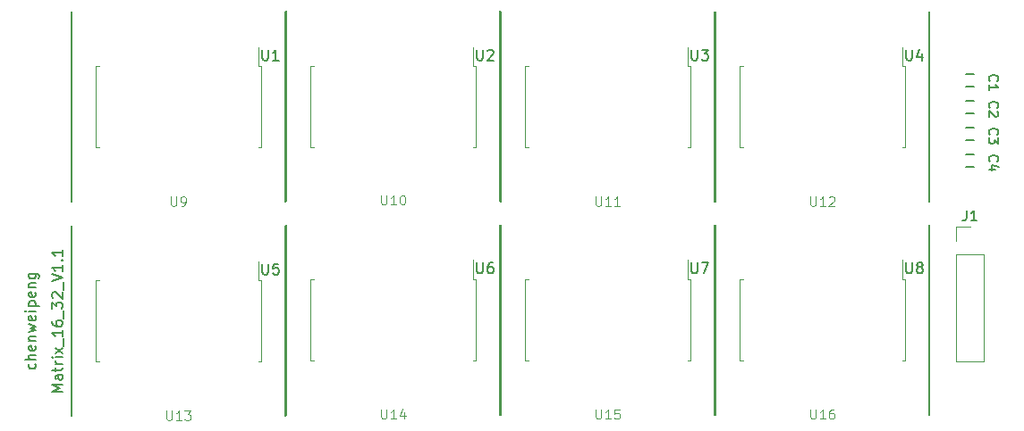
<source format=gbr>
G04 #@! TF.GenerationSoftware,KiCad,Pcbnew,(5.1.9)-1*
G04 #@! TF.CreationDate,2022-02-28T19:05:45+08:00*
G04 #@! TF.ProjectId,matrix_display16_32,6d617472-6978-45f6-9469-73706c617931,rev?*
G04 #@! TF.SameCoordinates,Original*
G04 #@! TF.FileFunction,Legend,Top*
G04 #@! TF.FilePolarity,Positive*
%FSLAX46Y46*%
G04 Gerber Fmt 4.6, Leading zero omitted, Abs format (unit mm)*
G04 Created by KiCad (PCBNEW (5.1.9)-1) date 2022-02-28 19:05:45*
%MOMM*%
%LPD*%
G01*
G04 APERTURE LIST*
%ADD10C,0.150000*%
%ADD11C,0.120000*%
G04 APERTURE END LIST*
D10*
X100782380Y-123530476D02*
X99782380Y-123530476D01*
X100496666Y-123197142D01*
X99782380Y-122863809D01*
X100782380Y-122863809D01*
X100782380Y-121959047D02*
X100258571Y-121959047D01*
X100163333Y-122006666D01*
X100115714Y-122101904D01*
X100115714Y-122292380D01*
X100163333Y-122387619D01*
X100734761Y-121959047D02*
X100782380Y-122054285D01*
X100782380Y-122292380D01*
X100734761Y-122387619D01*
X100639523Y-122435238D01*
X100544285Y-122435238D01*
X100449047Y-122387619D01*
X100401428Y-122292380D01*
X100401428Y-122054285D01*
X100353809Y-121959047D01*
X100115714Y-121625714D02*
X100115714Y-121244761D01*
X99782380Y-121482857D02*
X100639523Y-121482857D01*
X100734761Y-121435238D01*
X100782380Y-121340000D01*
X100782380Y-121244761D01*
X100782380Y-120911428D02*
X100115714Y-120911428D01*
X100306190Y-120911428D02*
X100210952Y-120863809D01*
X100163333Y-120816190D01*
X100115714Y-120720952D01*
X100115714Y-120625714D01*
X100782380Y-120292380D02*
X100115714Y-120292380D01*
X99782380Y-120292380D02*
X99830000Y-120340000D01*
X99877619Y-120292380D01*
X99830000Y-120244761D01*
X99782380Y-120292380D01*
X99877619Y-120292380D01*
X100782380Y-119911428D02*
X100115714Y-119387619D01*
X100115714Y-119911428D02*
X100782380Y-119387619D01*
X100877619Y-119244761D02*
X100877619Y-118482857D01*
X100782380Y-117720952D02*
X100782380Y-118292380D01*
X100782380Y-118006666D02*
X99782380Y-118006666D01*
X99925238Y-118101904D01*
X100020476Y-118197142D01*
X100068095Y-118292380D01*
X99782380Y-116863809D02*
X99782380Y-117054285D01*
X99830000Y-117149523D01*
X99877619Y-117197142D01*
X100020476Y-117292380D01*
X100210952Y-117340000D01*
X100591904Y-117340000D01*
X100687142Y-117292380D01*
X100734761Y-117244761D01*
X100782380Y-117149523D01*
X100782380Y-116959047D01*
X100734761Y-116863809D01*
X100687142Y-116816190D01*
X100591904Y-116768571D01*
X100353809Y-116768571D01*
X100258571Y-116816190D01*
X100210952Y-116863809D01*
X100163333Y-116959047D01*
X100163333Y-117149523D01*
X100210952Y-117244761D01*
X100258571Y-117292380D01*
X100353809Y-117340000D01*
X100877619Y-116578095D02*
X100877619Y-115816190D01*
X99782380Y-115673333D02*
X99782380Y-115054285D01*
X100163333Y-115387619D01*
X100163333Y-115244761D01*
X100210952Y-115149523D01*
X100258571Y-115101904D01*
X100353809Y-115054285D01*
X100591904Y-115054285D01*
X100687142Y-115101904D01*
X100734761Y-115149523D01*
X100782380Y-115244761D01*
X100782380Y-115530476D01*
X100734761Y-115625714D01*
X100687142Y-115673333D01*
X99877619Y-114673333D02*
X99830000Y-114625714D01*
X99782380Y-114530476D01*
X99782380Y-114292380D01*
X99830000Y-114197142D01*
X99877619Y-114149523D01*
X99972857Y-114101904D01*
X100068095Y-114101904D01*
X100210952Y-114149523D01*
X100782380Y-114720952D01*
X100782380Y-114101904D01*
X100877619Y-113911428D02*
X100877619Y-113149523D01*
X99782380Y-113054285D02*
X100782380Y-112720952D01*
X99782380Y-112387619D01*
X100782380Y-111530476D02*
X100782380Y-112101904D01*
X100782380Y-111816190D02*
X99782380Y-111816190D01*
X99925238Y-111911428D01*
X100020476Y-112006666D01*
X100068095Y-112101904D01*
X100687142Y-111101904D02*
X100734761Y-111054285D01*
X100782380Y-111101904D01*
X100734761Y-111149523D01*
X100687142Y-111101904D01*
X100782380Y-111101904D01*
X100782380Y-110101904D02*
X100782380Y-110673333D01*
X100782380Y-110387619D02*
X99782380Y-110387619D01*
X99925238Y-110482857D01*
X100020476Y-110578095D01*
X100068095Y-110673333D01*
X98194761Y-120911428D02*
X98242380Y-121006666D01*
X98242380Y-121197142D01*
X98194761Y-121292380D01*
X98147142Y-121340000D01*
X98051904Y-121387619D01*
X97766190Y-121387619D01*
X97670952Y-121340000D01*
X97623333Y-121292380D01*
X97575714Y-121197142D01*
X97575714Y-121006666D01*
X97623333Y-120911428D01*
X98242380Y-120482857D02*
X97242380Y-120482857D01*
X98242380Y-120054285D02*
X97718571Y-120054285D01*
X97623333Y-120101904D01*
X97575714Y-120197142D01*
X97575714Y-120340000D01*
X97623333Y-120435238D01*
X97670952Y-120482857D01*
X98194761Y-119197142D02*
X98242380Y-119292380D01*
X98242380Y-119482857D01*
X98194761Y-119578095D01*
X98099523Y-119625714D01*
X97718571Y-119625714D01*
X97623333Y-119578095D01*
X97575714Y-119482857D01*
X97575714Y-119292380D01*
X97623333Y-119197142D01*
X97718571Y-119149523D01*
X97813809Y-119149523D01*
X97909047Y-119625714D01*
X97575714Y-118720952D02*
X98242380Y-118720952D01*
X97670952Y-118720952D02*
X97623333Y-118673333D01*
X97575714Y-118578095D01*
X97575714Y-118435238D01*
X97623333Y-118340000D01*
X97718571Y-118292380D01*
X98242380Y-118292380D01*
X97575714Y-117911428D02*
X98242380Y-117720952D01*
X97766190Y-117530476D01*
X98242380Y-117340000D01*
X97575714Y-117149523D01*
X98194761Y-116387619D02*
X98242380Y-116482857D01*
X98242380Y-116673333D01*
X98194761Y-116768571D01*
X98099523Y-116816190D01*
X97718571Y-116816190D01*
X97623333Y-116768571D01*
X97575714Y-116673333D01*
X97575714Y-116482857D01*
X97623333Y-116387619D01*
X97718571Y-116340000D01*
X97813809Y-116340000D01*
X97909047Y-116816190D01*
X98242380Y-115911428D02*
X97575714Y-115911428D01*
X97242380Y-115911428D02*
X97290000Y-115959047D01*
X97337619Y-115911428D01*
X97290000Y-115863809D01*
X97242380Y-115911428D01*
X97337619Y-115911428D01*
X97575714Y-115435238D02*
X98575714Y-115435238D01*
X97623333Y-115435238D02*
X97575714Y-115340000D01*
X97575714Y-115149523D01*
X97623333Y-115054285D01*
X97670952Y-115006666D01*
X97766190Y-114959047D01*
X98051904Y-114959047D01*
X98147142Y-115006666D01*
X98194761Y-115054285D01*
X98242380Y-115149523D01*
X98242380Y-115340000D01*
X98194761Y-115435238D01*
X98194761Y-114149523D02*
X98242380Y-114244761D01*
X98242380Y-114435238D01*
X98194761Y-114530476D01*
X98099523Y-114578095D01*
X97718571Y-114578095D01*
X97623333Y-114530476D01*
X97575714Y-114435238D01*
X97575714Y-114244761D01*
X97623333Y-114149523D01*
X97718571Y-114101904D01*
X97813809Y-114101904D01*
X97909047Y-114578095D01*
X97575714Y-113673333D02*
X98242380Y-113673333D01*
X97670952Y-113673333D02*
X97623333Y-113625714D01*
X97575714Y-113530476D01*
X97575714Y-113387619D01*
X97623333Y-113292380D01*
X97718571Y-113244761D01*
X98242380Y-113244761D01*
X97575714Y-112340000D02*
X98385238Y-112340000D01*
X98480476Y-112387619D01*
X98528095Y-112435238D01*
X98575714Y-112530476D01*
X98575714Y-112673333D01*
X98528095Y-112768571D01*
X98194761Y-112340000D02*
X98242380Y-112435238D01*
X98242380Y-112625714D01*
X98194761Y-112720952D01*
X98147142Y-112768571D01*
X98051904Y-112816190D01*
X97766190Y-112816190D01*
X97670952Y-112768571D01*
X97623333Y-112720952D01*
X97575714Y-112625714D01*
X97575714Y-112435238D01*
X97623333Y-112340000D01*
D11*
X164910000Y-96520000D02*
X164910000Y-100380000D01*
X164910000Y-100380000D02*
X165175000Y-100380000D01*
X164910000Y-96520000D02*
X164910000Y-92660000D01*
X164910000Y-92660000D02*
X165175000Y-92660000D01*
X180530000Y-96520000D02*
X180530000Y-100380000D01*
X180530000Y-100380000D02*
X180265000Y-100380000D01*
X180530000Y-96520000D02*
X180530000Y-92660000D01*
X180530000Y-92660000D02*
X180265000Y-92660000D01*
X180265000Y-92660000D02*
X180265000Y-90845000D01*
D10*
X121860000Y-125840000D02*
X121860000Y-107840000D01*
X101660000Y-125840000D02*
X101660000Y-107840000D01*
X182820000Y-125720000D02*
X182820000Y-107720000D01*
X162620000Y-125720000D02*
X162620000Y-107720000D01*
X162500000Y-105520000D02*
X162500000Y-87520000D01*
X142300000Y-105520000D02*
X142300000Y-87520000D01*
X182820000Y-105520000D02*
X182820000Y-87520000D01*
X162620000Y-105520000D02*
X162620000Y-87520000D01*
X142180000Y-105400000D02*
X142180000Y-87400000D01*
X121980000Y-105400000D02*
X121980000Y-87400000D01*
D11*
X144590000Y-116720000D02*
X144590000Y-120580000D01*
X144590000Y-120580000D02*
X144855000Y-120580000D01*
X144590000Y-116720000D02*
X144590000Y-112860000D01*
X144590000Y-112860000D02*
X144855000Y-112860000D01*
X160210000Y-116720000D02*
X160210000Y-120580000D01*
X160210000Y-120580000D02*
X159945000Y-120580000D01*
X160210000Y-116720000D02*
X160210000Y-112860000D01*
X160210000Y-112860000D02*
X159945000Y-112860000D01*
X159945000Y-112860000D02*
X159945000Y-111045000D01*
D10*
X162500000Y-125720000D02*
X162500000Y-107720000D01*
X142300000Y-125720000D02*
X142300000Y-107720000D01*
X142180000Y-125720000D02*
X142180000Y-107720000D01*
X121980000Y-125720000D02*
X121980000Y-107720000D01*
X121860000Y-105520000D02*
X121860000Y-87520000D01*
X101660000Y-105520000D02*
X101660000Y-87520000D01*
D11*
X164910000Y-116720000D02*
X164910000Y-120580000D01*
X164910000Y-120580000D02*
X165175000Y-120580000D01*
X164910000Y-116720000D02*
X164910000Y-112860000D01*
X164910000Y-112860000D02*
X165175000Y-112860000D01*
X180530000Y-116720000D02*
X180530000Y-120580000D01*
X180530000Y-120580000D02*
X180265000Y-120580000D01*
X180530000Y-116720000D02*
X180530000Y-112860000D01*
X180530000Y-112860000D02*
X180265000Y-112860000D01*
X180265000Y-112860000D02*
X180265000Y-111045000D01*
X124270000Y-116720000D02*
X124270000Y-120580000D01*
X124270000Y-120580000D02*
X124535000Y-120580000D01*
X124270000Y-116720000D02*
X124270000Y-112860000D01*
X124270000Y-112860000D02*
X124535000Y-112860000D01*
X139890000Y-116720000D02*
X139890000Y-120580000D01*
X139890000Y-120580000D02*
X139625000Y-120580000D01*
X139890000Y-116720000D02*
X139890000Y-112860000D01*
X139890000Y-112860000D02*
X139625000Y-112860000D01*
X139625000Y-112860000D02*
X139625000Y-111045000D01*
X103950000Y-116840000D02*
X103950000Y-120700000D01*
X103950000Y-120700000D02*
X104215000Y-120700000D01*
X103950000Y-116840000D02*
X103950000Y-112980000D01*
X103950000Y-112980000D02*
X104215000Y-112980000D01*
X119570000Y-116840000D02*
X119570000Y-120700000D01*
X119570000Y-120700000D02*
X119305000Y-120700000D01*
X119570000Y-116840000D02*
X119570000Y-112980000D01*
X119570000Y-112980000D02*
X119305000Y-112980000D01*
X119305000Y-112980000D02*
X119305000Y-111165000D01*
X144590000Y-96520000D02*
X144590000Y-100380000D01*
X144590000Y-100380000D02*
X144855000Y-100380000D01*
X144590000Y-96520000D02*
X144590000Y-92660000D01*
X144590000Y-92660000D02*
X144855000Y-92660000D01*
X160210000Y-96520000D02*
X160210000Y-100380000D01*
X160210000Y-100380000D02*
X159945000Y-100380000D01*
X160210000Y-96520000D02*
X160210000Y-92660000D01*
X160210000Y-92660000D02*
X159945000Y-92660000D01*
X159945000Y-92660000D02*
X159945000Y-90845000D01*
X124270000Y-96520000D02*
X124270000Y-100380000D01*
X124270000Y-100380000D02*
X124535000Y-100380000D01*
X124270000Y-96520000D02*
X124270000Y-92660000D01*
X124270000Y-92660000D02*
X124535000Y-92660000D01*
X139890000Y-96520000D02*
X139890000Y-100380000D01*
X139890000Y-100380000D02*
X139625000Y-100380000D01*
X139890000Y-96520000D02*
X139890000Y-92660000D01*
X139890000Y-92660000D02*
X139625000Y-92660000D01*
X139625000Y-92660000D02*
X139625000Y-90845000D01*
X103950000Y-96520000D02*
X103950000Y-100380000D01*
X103950000Y-100380000D02*
X104215000Y-100380000D01*
X103950000Y-96520000D02*
X103950000Y-92660000D01*
X103950000Y-92660000D02*
X104215000Y-92660000D01*
X119570000Y-96520000D02*
X119570000Y-100380000D01*
X119570000Y-100380000D02*
X119305000Y-100380000D01*
X119570000Y-96520000D02*
X119570000Y-92660000D01*
X119570000Y-92660000D02*
X119305000Y-92660000D01*
X119305000Y-92660000D02*
X119305000Y-90845000D01*
D10*
X187040000Y-102200000D02*
X186340000Y-102200000D01*
X186340000Y-101000000D02*
X187040000Y-101000000D01*
X187040000Y-99660000D02*
X186340000Y-99660000D01*
X186340000Y-98460000D02*
X187040000Y-98460000D01*
X187040000Y-97120000D02*
X186340000Y-97120000D01*
X186340000Y-95920000D02*
X187040000Y-95920000D01*
X187040000Y-94580000D02*
X186340000Y-94580000D01*
X186340000Y-93380000D02*
X187040000Y-93380000D01*
D11*
X185360000Y-107890000D02*
X186690000Y-107890000D01*
X185360000Y-109220000D02*
X185360000Y-107890000D01*
X185360000Y-110490000D02*
X188020000Y-110490000D01*
X188020000Y-110490000D02*
X188020000Y-120710000D01*
X185360000Y-110490000D02*
X185360000Y-120710000D01*
X185360000Y-120710000D02*
X188020000Y-120710000D01*
D10*
X180648095Y-91112380D02*
X180648095Y-91921904D01*
X180695714Y-92017142D01*
X180743333Y-92064761D01*
X180838571Y-92112380D01*
X181029047Y-92112380D01*
X181124285Y-92064761D01*
X181171904Y-92017142D01*
X181219523Y-91921904D01*
X181219523Y-91112380D01*
X182124285Y-91445714D02*
X182124285Y-92112380D01*
X181886190Y-91064761D02*
X181648095Y-91779047D01*
X182267142Y-91779047D01*
D11*
X110625714Y-125347142D02*
X110625714Y-126075714D01*
X110668571Y-126161428D01*
X110711428Y-126204285D01*
X110797142Y-126247142D01*
X110968571Y-126247142D01*
X111054285Y-126204285D01*
X111097142Y-126161428D01*
X111140000Y-126075714D01*
X111140000Y-125347142D01*
X112040000Y-126247142D02*
X111525714Y-126247142D01*
X111782857Y-126247142D02*
X111782857Y-125347142D01*
X111697142Y-125475714D01*
X111611428Y-125561428D01*
X111525714Y-125604285D01*
X112340000Y-125347142D02*
X112897142Y-125347142D01*
X112597142Y-125690000D01*
X112725714Y-125690000D01*
X112811428Y-125732857D01*
X112854285Y-125775714D01*
X112897142Y-125861428D01*
X112897142Y-126075714D01*
X112854285Y-126161428D01*
X112811428Y-126204285D01*
X112725714Y-126247142D01*
X112468571Y-126247142D01*
X112382857Y-126204285D01*
X112340000Y-126161428D01*
X171585714Y-125227142D02*
X171585714Y-125955714D01*
X171628571Y-126041428D01*
X171671428Y-126084285D01*
X171757142Y-126127142D01*
X171928571Y-126127142D01*
X172014285Y-126084285D01*
X172057142Y-126041428D01*
X172100000Y-125955714D01*
X172100000Y-125227142D01*
X173000000Y-126127142D02*
X172485714Y-126127142D01*
X172742857Y-126127142D02*
X172742857Y-125227142D01*
X172657142Y-125355714D01*
X172571428Y-125441428D01*
X172485714Y-125484285D01*
X173771428Y-125227142D02*
X173600000Y-125227142D01*
X173514285Y-125270000D01*
X173471428Y-125312857D01*
X173385714Y-125441428D01*
X173342857Y-125612857D01*
X173342857Y-125955714D01*
X173385714Y-126041428D01*
X173428571Y-126084285D01*
X173514285Y-126127142D01*
X173685714Y-126127142D01*
X173771428Y-126084285D01*
X173814285Y-126041428D01*
X173857142Y-125955714D01*
X173857142Y-125741428D01*
X173814285Y-125655714D01*
X173771428Y-125612857D01*
X173685714Y-125570000D01*
X173514285Y-125570000D01*
X173428571Y-125612857D01*
X173385714Y-125655714D01*
X173342857Y-125741428D01*
X151265714Y-105027142D02*
X151265714Y-105755714D01*
X151308571Y-105841428D01*
X151351428Y-105884285D01*
X151437142Y-105927142D01*
X151608571Y-105927142D01*
X151694285Y-105884285D01*
X151737142Y-105841428D01*
X151780000Y-105755714D01*
X151780000Y-105027142D01*
X152680000Y-105927142D02*
X152165714Y-105927142D01*
X152422857Y-105927142D02*
X152422857Y-105027142D01*
X152337142Y-105155714D01*
X152251428Y-105241428D01*
X152165714Y-105284285D01*
X153537142Y-105927142D02*
X153022857Y-105927142D01*
X153280000Y-105927142D02*
X153280000Y-105027142D01*
X153194285Y-105155714D01*
X153108571Y-105241428D01*
X153022857Y-105284285D01*
X171585714Y-105027142D02*
X171585714Y-105755714D01*
X171628571Y-105841428D01*
X171671428Y-105884285D01*
X171757142Y-105927142D01*
X171928571Y-105927142D01*
X172014285Y-105884285D01*
X172057142Y-105841428D01*
X172100000Y-105755714D01*
X172100000Y-105027142D01*
X173000000Y-105927142D02*
X172485714Y-105927142D01*
X172742857Y-105927142D02*
X172742857Y-105027142D01*
X172657142Y-105155714D01*
X172571428Y-105241428D01*
X172485714Y-105284285D01*
X173342857Y-105112857D02*
X173385714Y-105070000D01*
X173471428Y-105027142D01*
X173685714Y-105027142D01*
X173771428Y-105070000D01*
X173814285Y-105112857D01*
X173857142Y-105198571D01*
X173857142Y-105284285D01*
X173814285Y-105412857D01*
X173300000Y-105927142D01*
X173857142Y-105927142D01*
X130945714Y-104907142D02*
X130945714Y-105635714D01*
X130988571Y-105721428D01*
X131031428Y-105764285D01*
X131117142Y-105807142D01*
X131288571Y-105807142D01*
X131374285Y-105764285D01*
X131417142Y-105721428D01*
X131460000Y-105635714D01*
X131460000Y-104907142D01*
X132360000Y-105807142D02*
X131845714Y-105807142D01*
X132102857Y-105807142D02*
X132102857Y-104907142D01*
X132017142Y-105035714D01*
X131931428Y-105121428D01*
X131845714Y-105164285D01*
X132917142Y-104907142D02*
X133002857Y-104907142D01*
X133088571Y-104950000D01*
X133131428Y-104992857D01*
X133174285Y-105078571D01*
X133217142Y-105250000D01*
X133217142Y-105464285D01*
X133174285Y-105635714D01*
X133131428Y-105721428D01*
X133088571Y-105764285D01*
X133002857Y-105807142D01*
X132917142Y-105807142D01*
X132831428Y-105764285D01*
X132788571Y-105721428D01*
X132745714Y-105635714D01*
X132702857Y-105464285D01*
X132702857Y-105250000D01*
X132745714Y-105078571D01*
X132788571Y-104992857D01*
X132831428Y-104950000D01*
X132917142Y-104907142D01*
D10*
X160328095Y-111312380D02*
X160328095Y-112121904D01*
X160375714Y-112217142D01*
X160423333Y-112264761D01*
X160518571Y-112312380D01*
X160709047Y-112312380D01*
X160804285Y-112264761D01*
X160851904Y-112217142D01*
X160899523Y-112121904D01*
X160899523Y-111312380D01*
X161280476Y-111312380D02*
X161947142Y-111312380D01*
X161518571Y-112312380D01*
D11*
X151265714Y-125227142D02*
X151265714Y-125955714D01*
X151308571Y-126041428D01*
X151351428Y-126084285D01*
X151437142Y-126127142D01*
X151608571Y-126127142D01*
X151694285Y-126084285D01*
X151737142Y-126041428D01*
X151780000Y-125955714D01*
X151780000Y-125227142D01*
X152680000Y-126127142D02*
X152165714Y-126127142D01*
X152422857Y-126127142D02*
X152422857Y-125227142D01*
X152337142Y-125355714D01*
X152251428Y-125441428D01*
X152165714Y-125484285D01*
X153494285Y-125227142D02*
X153065714Y-125227142D01*
X153022857Y-125655714D01*
X153065714Y-125612857D01*
X153151428Y-125570000D01*
X153365714Y-125570000D01*
X153451428Y-125612857D01*
X153494285Y-125655714D01*
X153537142Y-125741428D01*
X153537142Y-125955714D01*
X153494285Y-126041428D01*
X153451428Y-126084285D01*
X153365714Y-126127142D01*
X153151428Y-126127142D01*
X153065714Y-126084285D01*
X153022857Y-126041428D01*
X130945714Y-125227142D02*
X130945714Y-125955714D01*
X130988571Y-126041428D01*
X131031428Y-126084285D01*
X131117142Y-126127142D01*
X131288571Y-126127142D01*
X131374285Y-126084285D01*
X131417142Y-126041428D01*
X131460000Y-125955714D01*
X131460000Y-125227142D01*
X132360000Y-126127142D02*
X131845714Y-126127142D01*
X132102857Y-126127142D02*
X132102857Y-125227142D01*
X132017142Y-125355714D01*
X131931428Y-125441428D01*
X131845714Y-125484285D01*
X133131428Y-125527142D02*
X133131428Y-126127142D01*
X132917142Y-125184285D02*
X132702857Y-125827142D01*
X133260000Y-125827142D01*
X111054285Y-105027142D02*
X111054285Y-105755714D01*
X111097142Y-105841428D01*
X111140000Y-105884285D01*
X111225714Y-105927142D01*
X111397142Y-105927142D01*
X111482857Y-105884285D01*
X111525714Y-105841428D01*
X111568571Y-105755714D01*
X111568571Y-105027142D01*
X112040000Y-105927142D02*
X112211428Y-105927142D01*
X112297142Y-105884285D01*
X112340000Y-105841428D01*
X112425714Y-105712857D01*
X112468571Y-105541428D01*
X112468571Y-105198571D01*
X112425714Y-105112857D01*
X112382857Y-105070000D01*
X112297142Y-105027142D01*
X112125714Y-105027142D01*
X112040000Y-105070000D01*
X111997142Y-105112857D01*
X111954285Y-105198571D01*
X111954285Y-105412857D01*
X111997142Y-105498571D01*
X112040000Y-105541428D01*
X112125714Y-105584285D01*
X112297142Y-105584285D01*
X112382857Y-105541428D01*
X112425714Y-105498571D01*
X112468571Y-105412857D01*
D10*
X180648095Y-111312380D02*
X180648095Y-112121904D01*
X180695714Y-112217142D01*
X180743333Y-112264761D01*
X180838571Y-112312380D01*
X181029047Y-112312380D01*
X181124285Y-112264761D01*
X181171904Y-112217142D01*
X181219523Y-112121904D01*
X181219523Y-111312380D01*
X181838571Y-111740952D02*
X181743333Y-111693333D01*
X181695714Y-111645714D01*
X181648095Y-111550476D01*
X181648095Y-111502857D01*
X181695714Y-111407619D01*
X181743333Y-111360000D01*
X181838571Y-111312380D01*
X182029047Y-111312380D01*
X182124285Y-111360000D01*
X182171904Y-111407619D01*
X182219523Y-111502857D01*
X182219523Y-111550476D01*
X182171904Y-111645714D01*
X182124285Y-111693333D01*
X182029047Y-111740952D01*
X181838571Y-111740952D01*
X181743333Y-111788571D01*
X181695714Y-111836190D01*
X181648095Y-111931428D01*
X181648095Y-112121904D01*
X181695714Y-112217142D01*
X181743333Y-112264761D01*
X181838571Y-112312380D01*
X182029047Y-112312380D01*
X182124285Y-112264761D01*
X182171904Y-112217142D01*
X182219523Y-112121904D01*
X182219523Y-111931428D01*
X182171904Y-111836190D01*
X182124285Y-111788571D01*
X182029047Y-111740952D01*
X140008095Y-111312380D02*
X140008095Y-112121904D01*
X140055714Y-112217142D01*
X140103333Y-112264761D01*
X140198571Y-112312380D01*
X140389047Y-112312380D01*
X140484285Y-112264761D01*
X140531904Y-112217142D01*
X140579523Y-112121904D01*
X140579523Y-111312380D01*
X141484285Y-111312380D02*
X141293809Y-111312380D01*
X141198571Y-111360000D01*
X141150952Y-111407619D01*
X141055714Y-111550476D01*
X141008095Y-111740952D01*
X141008095Y-112121904D01*
X141055714Y-112217142D01*
X141103333Y-112264761D01*
X141198571Y-112312380D01*
X141389047Y-112312380D01*
X141484285Y-112264761D01*
X141531904Y-112217142D01*
X141579523Y-112121904D01*
X141579523Y-111883809D01*
X141531904Y-111788571D01*
X141484285Y-111740952D01*
X141389047Y-111693333D01*
X141198571Y-111693333D01*
X141103333Y-111740952D01*
X141055714Y-111788571D01*
X141008095Y-111883809D01*
X119688095Y-111432380D02*
X119688095Y-112241904D01*
X119735714Y-112337142D01*
X119783333Y-112384761D01*
X119878571Y-112432380D01*
X120069047Y-112432380D01*
X120164285Y-112384761D01*
X120211904Y-112337142D01*
X120259523Y-112241904D01*
X120259523Y-111432380D01*
X121211904Y-111432380D02*
X120735714Y-111432380D01*
X120688095Y-111908571D01*
X120735714Y-111860952D01*
X120830952Y-111813333D01*
X121069047Y-111813333D01*
X121164285Y-111860952D01*
X121211904Y-111908571D01*
X121259523Y-112003809D01*
X121259523Y-112241904D01*
X121211904Y-112337142D01*
X121164285Y-112384761D01*
X121069047Y-112432380D01*
X120830952Y-112432380D01*
X120735714Y-112384761D01*
X120688095Y-112337142D01*
X160328095Y-91112380D02*
X160328095Y-91921904D01*
X160375714Y-92017142D01*
X160423333Y-92064761D01*
X160518571Y-92112380D01*
X160709047Y-92112380D01*
X160804285Y-92064761D01*
X160851904Y-92017142D01*
X160899523Y-91921904D01*
X160899523Y-91112380D01*
X161280476Y-91112380D02*
X161899523Y-91112380D01*
X161566190Y-91493333D01*
X161709047Y-91493333D01*
X161804285Y-91540952D01*
X161851904Y-91588571D01*
X161899523Y-91683809D01*
X161899523Y-91921904D01*
X161851904Y-92017142D01*
X161804285Y-92064761D01*
X161709047Y-92112380D01*
X161423333Y-92112380D01*
X161328095Y-92064761D01*
X161280476Y-92017142D01*
X140008095Y-91112380D02*
X140008095Y-91921904D01*
X140055714Y-92017142D01*
X140103333Y-92064761D01*
X140198571Y-92112380D01*
X140389047Y-92112380D01*
X140484285Y-92064761D01*
X140531904Y-92017142D01*
X140579523Y-91921904D01*
X140579523Y-91112380D01*
X141008095Y-91207619D02*
X141055714Y-91160000D01*
X141150952Y-91112380D01*
X141389047Y-91112380D01*
X141484285Y-91160000D01*
X141531904Y-91207619D01*
X141579523Y-91302857D01*
X141579523Y-91398095D01*
X141531904Y-91540952D01*
X140960476Y-92112380D01*
X141579523Y-92112380D01*
X119688095Y-91112380D02*
X119688095Y-91921904D01*
X119735714Y-92017142D01*
X119783333Y-92064761D01*
X119878571Y-92112380D01*
X120069047Y-92112380D01*
X120164285Y-92064761D01*
X120211904Y-92017142D01*
X120259523Y-91921904D01*
X120259523Y-91112380D01*
X121259523Y-92112380D02*
X120688095Y-92112380D01*
X120973809Y-92112380D02*
X120973809Y-91112380D01*
X120878571Y-91255238D01*
X120783333Y-91350476D01*
X120688095Y-91398095D01*
X188568571Y-101700000D02*
X188525714Y-101657142D01*
X188482857Y-101528571D01*
X188482857Y-101442857D01*
X188525714Y-101314285D01*
X188611428Y-101228571D01*
X188697142Y-101185714D01*
X188868571Y-101142857D01*
X188997142Y-101142857D01*
X189168571Y-101185714D01*
X189254285Y-101228571D01*
X189340000Y-101314285D01*
X189382857Y-101442857D01*
X189382857Y-101528571D01*
X189340000Y-101657142D01*
X189297142Y-101700000D01*
X189082857Y-102471428D02*
X188482857Y-102471428D01*
X189425714Y-102257142D02*
X188782857Y-102042857D01*
X188782857Y-102600000D01*
X188568571Y-99160000D02*
X188525714Y-99117142D01*
X188482857Y-98988571D01*
X188482857Y-98902857D01*
X188525714Y-98774285D01*
X188611428Y-98688571D01*
X188697142Y-98645714D01*
X188868571Y-98602857D01*
X188997142Y-98602857D01*
X189168571Y-98645714D01*
X189254285Y-98688571D01*
X189340000Y-98774285D01*
X189382857Y-98902857D01*
X189382857Y-98988571D01*
X189340000Y-99117142D01*
X189297142Y-99160000D01*
X189382857Y-99460000D02*
X189382857Y-100017142D01*
X189040000Y-99717142D01*
X189040000Y-99845714D01*
X188997142Y-99931428D01*
X188954285Y-99974285D01*
X188868571Y-100017142D01*
X188654285Y-100017142D01*
X188568571Y-99974285D01*
X188525714Y-99931428D01*
X188482857Y-99845714D01*
X188482857Y-99588571D01*
X188525714Y-99502857D01*
X188568571Y-99460000D01*
X188568571Y-96620000D02*
X188525714Y-96577142D01*
X188482857Y-96448571D01*
X188482857Y-96362857D01*
X188525714Y-96234285D01*
X188611428Y-96148571D01*
X188697142Y-96105714D01*
X188868571Y-96062857D01*
X188997142Y-96062857D01*
X189168571Y-96105714D01*
X189254285Y-96148571D01*
X189340000Y-96234285D01*
X189382857Y-96362857D01*
X189382857Y-96448571D01*
X189340000Y-96577142D01*
X189297142Y-96620000D01*
X189297142Y-96962857D02*
X189340000Y-97005714D01*
X189382857Y-97091428D01*
X189382857Y-97305714D01*
X189340000Y-97391428D01*
X189297142Y-97434285D01*
X189211428Y-97477142D01*
X189125714Y-97477142D01*
X188997142Y-97434285D01*
X188482857Y-96920000D01*
X188482857Y-97477142D01*
X188568571Y-94080000D02*
X188525714Y-94037142D01*
X188482857Y-93908571D01*
X188482857Y-93822857D01*
X188525714Y-93694285D01*
X188611428Y-93608571D01*
X188697142Y-93565714D01*
X188868571Y-93522857D01*
X188997142Y-93522857D01*
X189168571Y-93565714D01*
X189254285Y-93608571D01*
X189340000Y-93694285D01*
X189382857Y-93822857D01*
X189382857Y-93908571D01*
X189340000Y-94037142D01*
X189297142Y-94080000D01*
X188482857Y-94937142D02*
X188482857Y-94422857D01*
X188482857Y-94680000D02*
X189382857Y-94680000D01*
X189254285Y-94594285D01*
X189168571Y-94508571D01*
X189125714Y-94422857D01*
X186356666Y-106342380D02*
X186356666Y-107056666D01*
X186309047Y-107199523D01*
X186213809Y-107294761D01*
X186070952Y-107342380D01*
X185975714Y-107342380D01*
X187356666Y-107342380D02*
X186785238Y-107342380D01*
X187070952Y-107342380D02*
X187070952Y-106342380D01*
X186975714Y-106485238D01*
X186880476Y-106580476D01*
X186785238Y-106628095D01*
M02*

</source>
